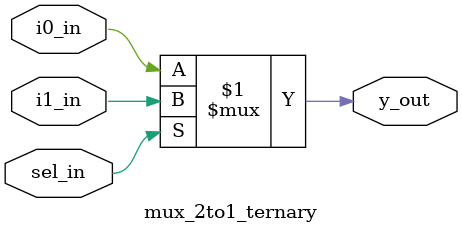
<source format=v>
`timescale 1ns / 1ps


module mux_2to1_ternary(
    input i0_in,
    input i1_in,
    input sel_in,
    output y_out
    );
    assign y_out = sel_in?i1_in:i0_in;
endmodule

</source>
